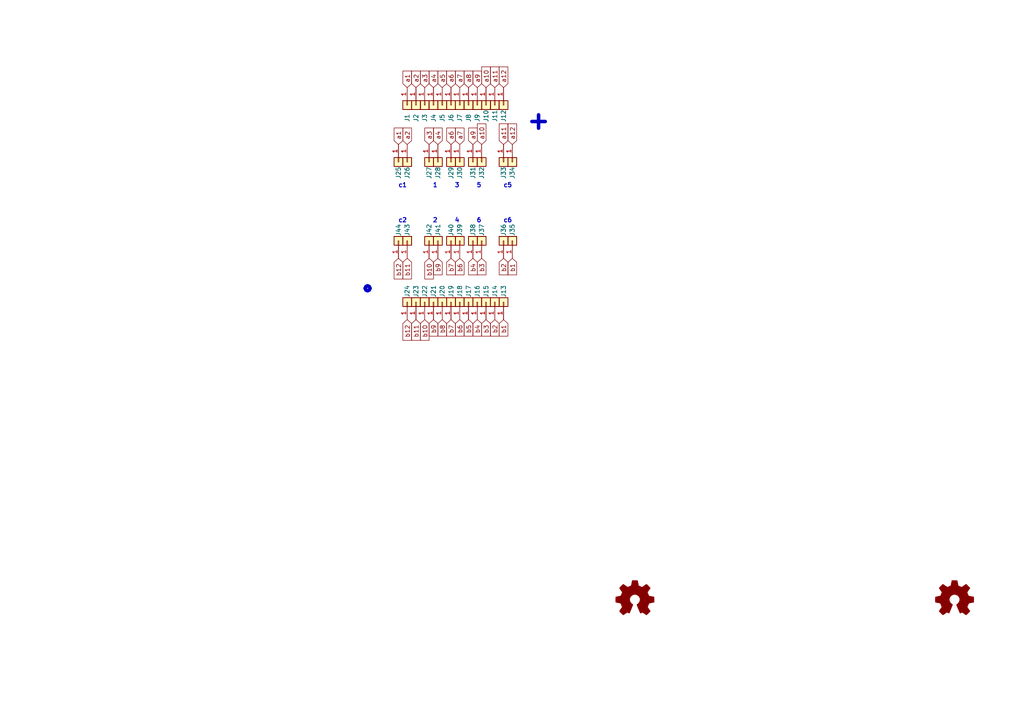
<source format=kicad_sch>
(kicad_sch (version 20210126) (generator eeschema)
  (paper "A4")
  (lib_symbols
    (symbol "Connector_Generic:Conn_01x01" (pin_names (offset 1.016) hide)
      (property "Reference" "J" (at 0 2.54 0))
      (property "Value" "Conn_01x01" (at 0 -2.54 0))
      (symbol "Conn_01x01_1_1"
        (rectangle (start -1.27 0.127) (end 0 -0.127) (stroke (width 0.1524)))
        (rectangle (start -1.27 1.27) (end 1.27 -1.27) (stroke (width 0.254)) (fill (type background)))
        (pin passive line (at -5.08 0 0) (length 3.81) (name "Pin_1") (number "1"))
      )
    )
    (symbol "Graphic:Logo_Open_Hardware_Small" (pin_names (offset 1.016))
      (symbol "Logo_Open_Hardware_Small_0_1"
        (polyline (pts (xy 3.3528 -4.3434) (xy 3.302 -4.318) (xy 3.175 -4.2418) (xy 2.9972 -4.1148) (xy 2.7686 -3.9624) (xy 2.54 -3.81) (xy 2.3622 -3.7084) (xy 2.2352 -3.6068) (xy 2.1844 -3.5814) (xy 2.159 -3.6068) (xy 2.0574 -3.6576) (xy 1.905 -3.7338) (xy 1.8034 -3.7846) (xy 1.6764 -3.8354) (xy 1.6002 -3.8354) (xy 1.6002 -3.8354) (xy 1.5494 -3.7338) (xy 1.4732 -3.5306) (xy 1.3462 -3.302) (xy 1.2446 -3.0226) (xy 1.1176 -2.7178) (xy 0.9652 -2.413) (xy 0.8636 -2.1082) (xy 0.7366 -1.8288) (xy 0.6604 -1.6256) (xy 0.6096 -1.4732) (xy 0.5842 -1.397) (xy 0.5842 -1.397) (xy 0.6604 -1.3208) (xy 0.7874 -1.2446) (xy 1.0414 -1.016) (xy 1.2954 -0.6858) (xy 1.4478 -0.3302) (xy 1.524 0.0762) (xy 1.4732 0.4572) (xy 1.3208 0.8128) (xy 1.0668 1.143) (xy 0.762 1.3716) (xy 0.4064 1.524) (xy 0 1.5748) (xy -0.381 1.5494) (xy -0.7366 1.397) (xy -1.0668 1.143) (xy -1.2192 0.9906) (xy -1.397 0.6604) (xy -1.524 0.3048) (xy -1.524 0.2286) (xy -1.4986 -0.1778) (xy -1.397 -0.5334) (xy -1.1938 -0.8636) (xy -0.9144 -1.143) (xy -0.8636 -1.1684) (xy -0.7366 -1.27) (xy -0.635 -1.3462) (xy -0.5842 -1.397) (xy -1.0668 -2.5908) (xy -1.143 -2.794) (xy -1.2954 -3.1242) (xy -1.397 -3.4036) (xy -1.4986 -3.6322) (xy -1.5748 -3.7846) (xy -1.6002 -3.8354) (xy -1.6002 -3.8354) (xy -1.651 -3.8354) (xy -1.7272 -3.81) (xy -1.905 -3.7338) (xy -2.0066 -3.683) (xy -2.1336 -3.6068) (xy -2.2098 -3.5814) (xy -2.2606 -3.6068) (xy -2.3622 -3.683) (xy -2.54 -3.81) (xy -2.7686 -3.9624) (xy -2.9718 -4.0894) (xy -3.1496 -4.2164) (xy -3.302 -4.318) (xy -3.3528 -4.3434) (xy -3.3782 -4.3434) (xy -3.429 -4.318) (xy -3.5306 -4.2164) (xy -3.7084 -4.064) (xy -3.937 -3.8354) (xy -3.9624 -3.81) (xy -4.1656 -3.6068) (xy -4.318 -3.4544) (xy -4.4196 -3.3274) (xy -4.445 -3.2766) (xy -4.445 -3.2766) (xy -4.4196 -3.2258) (xy -4.318 -3.0734) (xy -4.2164 -2.8956) (xy -4.064 -2.667) (xy -3.6576 -2.0828) (xy -3.8862 -1.5494) (xy -3.937 -1.3716) (xy -4.0386 -1.1684) (xy -4.0894 -1.0414) (xy -4.1148 -0.9652) (xy -4.191 -0.9398) (xy -4.318 -0.9144) (xy -4.5466 -0.8636) (xy -4.8006 -0.8128) (xy -5.0546 -0.7874) (xy -5.2578 -0.7366) (xy -5.4356 -0.7112) (xy -5.5118 -0.6858) (xy -5.5118 -0.6858) (xy -5.5372 -0.635) (xy -5.5372 -0.5588) (xy -5.5372 -0.4318) (xy -5.5626 -0.2286) (xy -5.5626 0.0762) (xy -5.5626 0.127) (xy -5.5372 0.4064) (xy -5.5372 0.635) (xy -5.5372 0.762) (xy -5.5372 0.8382) (xy -5.5372 0.8382) (xy -5.461 0.8382) (xy -5.3086 0.889) (xy -5.08 0.9144) (xy -4.826 0.9652) (xy -4.8006 0.9906) (xy -4.5466 1.0414) (xy -4.318 1.0668) (xy -4.1656 1.1176) (xy -4.0894 1.143) (xy -4.0894 1.143) (xy -4.0386 1.2446) (xy -3.9624 1.4224) (xy -3.8608 1.6256) (xy -3.7846 1.8288) (xy -3.7084 2.0066) (xy -3.6576 2.159) (xy -3.6322 2.2098) (xy -3.6322 2.2098) (xy -3.683 2.286) (xy -3.7592 2.413) (xy -3.8862 2.5908) (xy -4.064 2.8194) (xy -4.064 2.8448) (xy -4.2164 3.0734) (xy -4.3434 3.2512) (xy -4.4196 3.3782) (xy -4.445 3.4544) (xy -4.445 3.4544) (xy -4.3942 3.5052) (xy -4.2926 3.6322) (xy -4.1148 3.81) (xy -3.937 4.0132) (xy -3.8608 4.064) (xy -3.6576 4.2926) (xy -3.5052 4.4196) (xy -3.4036 4.4958) (xy -3.3528 4.5212) (xy -3.3528 4.5212) (xy -3.302 4.4704) (xy -3.1496 4.3688) (xy -2.9718 4.2418) (xy -2.7432 4.0894) (xy -2.7178 4.0894) (xy -2.4892 3.937) (xy -2.3114 3.81) (xy -2.1844 3.7084) (xy -2.1336 3.683) (xy -2.1082 3.683) (xy -2.032 3.7084) (xy -1.8542 3.7592) (xy -1.6764 3.8354) (xy -1.4732 3.937) (xy -1.27 4.0132) (xy -1.143 4.064) (xy -1.0668 4.1148) (xy -1.0668 4.1148) (xy -1.0414 4.191) (xy -1.016 4.3434) (xy -0.9652 4.572) (xy -0.9144 4.8514) (xy -0.889 4.9022) (xy -0.8382 5.1562) (xy -0.8128 5.3848) (xy -0.7874 5.5372) (xy -0.762 5.588) (xy -0.7112 5.6134) (xy -0.5842 5.6134) (xy -0.4064 5.6134) (xy -0.1524 5.6134) (xy 0.0762 5.6134) (xy 0.3302 5.6134) (xy 0.5334 5.6134) (xy 0.6858 5.588) (xy 0.7366 5.588) (xy 0.7366 5.588) (xy 0.762 5.5118) (xy 0.8128 5.334) (xy 0.8382 5.1054) (xy 0.9144 4.826) (xy 0.9144 4.7752) (xy 0.9652 4.5212) (xy 1.016 4.2926) (xy 1.0414 4.1402) (xy 1.0668 4.0894) (xy 1.0668 4.0894) (xy 1.1938 4.0386) (xy 1.3716 3.9624) (xy 1.5748 3.8608) (xy 2.0828 3.6576) (xy 2.7178 4.0894) (xy 2.7686 4.1402) (xy 2.9972 4.2926) (xy 3.175 4.4196) (xy 3.302 4.4958) (xy 3.3782 4.5212) (xy 3.3782 4.5212) (xy 3.429 4.4704) (xy 3.556 4.3434) (xy 3.7338 4.191) (xy 3.9116 3.9878) (xy 4.064 3.8354) (xy 4.2418 3.6576) (xy 4.3434 3.556) (xy 4.4196 3.4798) (xy 4.4196 3.429) (xy 4.4196 3.4036) (xy 4.3942 3.3274) (xy 4.2926 3.2004) (xy 4.1656 2.9972) (xy 4.0132 2.794) (xy 3.8862 2.5908) (xy 3.7592 2.3876) (xy 3.6576 2.2352) (xy 3.6322 2.159) (xy 3.6322 2.1336) (xy 3.683 2.0066) (xy 3.7592 1.8288) (xy 3.8608 1.6002) (xy 4.064 1.1176) (xy 4.3942 1.0414) (xy 4.5974 1.016) (xy 4.8768 0.9652) (xy 5.1308 0.9144) (xy 5.5372 0.8382) (xy 5.5626 -0.6604) (xy 5.4864 -0.6858) (xy 5.4356 -0.6858) (xy 5.2832 -0.7366) (xy 5.0546 -0.762) (xy 4.8006 -0.8128) (xy 4.5974 -0.8636) (xy 4.3688 -0.9144) (xy 4.2164 -0.9398) (xy 4.1402 -0.9398) (xy 4.1148 -0.9652) (xy 4.064 -1.0668) (xy 3.9878 -1.2446) (xy 3.9116 -1.4478) (xy 3.81 -1.651) (xy 3.7338 -1.8542) (xy 3.683 -2.0066) (xy 3.6576 -2.0828) (xy 3.683 -2.1336) (xy 3.7846 -2.2606) (xy 3.8862 -2.4638) (xy 4.0386 -2.667) (xy 4.191 -2.8956) (xy 4.318 -3.0734) (xy 4.3942 -3.2004) (xy 4.445 -3.2766) (xy 4.4196 -3.3274) (xy 4.3434 -3.429) (xy 4.1656 -3.5814) (xy 3.937 -3.8354) (xy 3.8862 -3.8608) (xy 3.683 -4.064) (xy 3.5306 -4.2164) (xy 3.4036 -4.318) (xy 3.3528 -4.3434)) (fill (type outline)))
      )
    )
  )
  (text "°" (at 109.22 88.9 180) (effects (font (size 5.08 5.08) (thickness 1.016) bold) (justify right bottom)))
  (text "c1" (at 118.11 54.61 180) (effects (font (size 1.27 1.27) (thickness 0.254) bold) (justify right bottom)))
  (text "c2" (at 118.11 64.77 180) (effects (font (size 1.27 1.27) (thickness 0.254) bold) (justify right bottom)))
  (text "1" (at 127 54.61 180) (effects (font (size 1.27 1.27) (thickness 0.254) bold) (justify right bottom)))
  (text "2" (at 127 64.77 180) (effects (font (size 1.27 1.27) (thickness 0.254) bold) (justify right bottom)))
  (text "3" (at 133.35 54.61 180) (effects (font (size 1.27 1.27) (thickness 0.254) bold) (justify right bottom)))
  (text "4" (at 133.35 64.77 180) (effects (font (size 1.27 1.27) (thickness 0.254) bold) (justify right bottom)))
  (text "5" (at 139.7 54.61 180) (effects (font (size 1.27 1.27) (thickness 0.254) bold) (justify right bottom)))
  (text "6" (at 139.7 64.77 180) (effects (font (size 1.27 1.27) (thickness 0.254) bold) (justify right bottom)))
  (text "c5" (at 148.59 54.61 180) (effects (font (size 1.27 1.27) (thickness 0.254) bold) (justify right bottom)))
  (text "c6" (at 148.59 64.77 180) (effects (font (size 1.27 1.27) (thickness 0.254) bold) (justify right bottom)))
  (text "+" (at 160.02 38.1 180) (effects (font (size 5.08 5.08) (thickness 1.016) bold) (justify right bottom)))
  (global_label "a1" (shape input) (at 115.57 41.91 90) (property "Intersheet References" "${INTERSHEET_REFS}" (effects hide)))
  (global_label "b12" (shape input) (at 115.57 74.93 270) (property "Intersheet References" "${INTERSHEET_REFS}" (effects hide)))
  (global_label "a1" (shape input) (at 118.11 25.4 90) (property "Intersheet References" "${INTERSHEET_REFS}" (effects hide)))
  (global_label "a2" (shape input) (at 118.11 41.91 90) (property "Intersheet References" "${INTERSHEET_REFS}" (effects hide)))
  (global_label "b11" (shape input) (at 118.11 74.93 270) (property "Intersheet References" "${INTERSHEET_REFS}" (effects hide)))
  (global_label "b12" (shape input) (at 118.11 92.71 270) (property "Intersheet References" "${INTERSHEET_REFS}" (effects hide)))
  (global_label "a2" (shape input) (at 120.65 25.4 90) (property "Intersheet References" "${INTERSHEET_REFS}" (effects hide)))
  (global_label "b11" (shape input) (at 120.65 92.71 270) (property "Intersheet References" "${INTERSHEET_REFS}" (effects hide)))
  (global_label "a3" (shape input) (at 123.19 25.4 90) (property "Intersheet References" "${INTERSHEET_REFS}" (effects hide)))
  (global_label "b10" (shape input) (at 123.19 92.71 270) (property "Intersheet References" "${INTERSHEET_REFS}" (effects hide)))
  (global_label "a3" (shape input) (at 124.46 41.91 90) (property "Intersheet References" "${INTERSHEET_REFS}" (effects hide)))
  (global_label "b10" (shape input) (at 124.46 74.93 270) (property "Intersheet References" "${INTERSHEET_REFS}" (effects hide)))
  (global_label "a4" (shape input) (at 125.73 25.4 90) (property "Intersheet References" "${INTERSHEET_REFS}" (effects hide)))
  (global_label "b9" (shape input) (at 125.73 92.71 270) (property "Intersheet References" "${INTERSHEET_REFS}" (effects hide)))
  (global_label "a4" (shape input) (at 127 41.91 90) (property "Intersheet References" "${INTERSHEET_REFS}" (effects hide)))
  (global_label "b9" (shape input) (at 127 74.93 270) (property "Intersheet References" "${INTERSHEET_REFS}" (effects hide)))
  (global_label "a5" (shape input) (at 128.27 25.4 90) (property "Intersheet References" "${INTERSHEET_REFS}" (effects hide)))
  (global_label "b8" (shape input) (at 128.27 92.71 270) (property "Intersheet References" "${INTERSHEET_REFS}" (effects hide)))
  (global_label "a6" (shape input) (at 130.81 25.4 90) (property "Intersheet References" "${INTERSHEET_REFS}" (effects hide)))
  (global_label "a6" (shape input) (at 130.81 41.91 90) (property "Intersheet References" "${INTERSHEET_REFS}" (effects hide)))
  (global_label "b7" (shape input) (at 130.81 74.93 270) (property "Intersheet References" "${INTERSHEET_REFS}" (effects hide)))
  (global_label "b7" (shape input) (at 130.81 92.71 270) (property "Intersheet References" "${INTERSHEET_REFS}" (effects hide)))
  (global_label "a7" (shape input) (at 133.35 25.4 90) (property "Intersheet References" "${INTERSHEET_REFS}" (effects hide)))
  (global_label "a7" (shape input) (at 133.35 41.91 90) (property "Intersheet References" "${INTERSHEET_REFS}" (effects hide)))
  (global_label "b6" (shape input) (at 133.35 74.93 270) (property "Intersheet References" "${INTERSHEET_REFS}" (effects hide)))
  (global_label "b6" (shape input) (at 133.35 92.71 270) (property "Intersheet References" "${INTERSHEET_REFS}" (effects hide)))
  (global_label "a8" (shape input) (at 135.89 25.4 90) (property "Intersheet References" "${INTERSHEET_REFS}" (effects hide)))
  (global_label "b5" (shape input) (at 135.89 92.71 270) (property "Intersheet References" "${INTERSHEET_REFS}" (effects hide)))
  (global_label "a9" (shape input) (at 137.16 41.91 90) (property "Intersheet References" "${INTERSHEET_REFS}" (effects hide)))
  (global_label "b4" (shape input) (at 137.16 74.93 270) (property "Intersheet References" "${INTERSHEET_REFS}" (effects hide)))
  (global_label "a9" (shape input) (at 138.43 25.4 90) (property "Intersheet References" "${INTERSHEET_REFS}" (effects hide)))
  (global_label "b4" (shape input) (at 138.43 92.71 270) (property "Intersheet References" "${INTERSHEET_REFS}" (effects hide)))
  (global_label "a10" (shape input) (at 139.7 41.91 90) (property "Intersheet References" "${INTERSHEET_REFS}" (effects hide)))
  (global_label "b3" (shape input) (at 139.7 74.93 270) (property "Intersheet References" "${INTERSHEET_REFS}" (effects hide)))
  (global_label "a10" (shape input) (at 140.97 25.4 90) (property "Intersheet References" "${INTERSHEET_REFS}" (effects hide)))
  (global_label "b3" (shape input) (at 140.97 92.71 270) (property "Intersheet References" "${INTERSHEET_REFS}" (effects hide)))
  (global_label "a11" (shape input) (at 143.51 25.4 90) (property "Intersheet References" "${INTERSHEET_REFS}" (effects hide)))
  (global_label "b2" (shape input) (at 143.51 92.71 270) (property "Intersheet References" "${INTERSHEET_REFS}" (effects hide)))
  (global_label "a12" (shape input) (at 146.05 25.4 90) (property "Intersheet References" "${INTERSHEET_REFS}" (effects hide)))
  (global_label "a11" (shape input) (at 146.05 41.91 90) (property "Intersheet References" "${INTERSHEET_REFS}" (effects hide)))
  (global_label "b2" (shape input) (at 146.05 74.93 270) (property "Intersheet References" "${INTERSHEET_REFS}" (effects hide)))
  (global_label "b1" (shape input) (at 146.05 92.71 270) (property "Intersheet References" "${INTERSHEET_REFS}" (effects hide)))
  (global_label "a12" (shape input) (at 148.59 41.91 90) (property "Intersheet References" "${INTERSHEET_REFS}" (effects hide)))
  (global_label "b1" (shape input) (at 148.59 74.93 270) (property "Intersheet References" "${INTERSHEET_REFS}" (effects hide)))
  (symbol (lib_id "Connector_Generic:Conn_01x01") (at 115.57 46.99 90) (mirror x) (unit 1)
    (property "Reference" "J25" (at 115.57 51.9431 0) (effects (justify right)))
    (property "Value" "Conn_01x01" (effects hide))
    (property "Footprint" "custom_footprints:0921" (effects hide))
  )
  (symbol (lib_id "Connector_Generic:Conn_01x01") (at 115.57 69.85 270) (mirror x) (unit 1)
    (property "Reference" "J44" (at 115.57 64.8969 0) (effects (justify right)))
    (property "Value" "Conn_01x01" (effects hide))
    (property "Footprint" "custom_footprints:0921" (effects hide))
  )
  (symbol (lib_id "Connector_Generic:Conn_01x01") (at 118.11 30.48 90) (mirror x) (unit 1)
    (property "Reference" "J1" (at 118.11 35.4331 0) (effects (justify right)))
    (property "Value" "Conn_01x01" (effects hide))
    (property "Footprint" "custom_footprints:5342" (effects hide))
  )
  (symbol (lib_id "Connector_Generic:Conn_01x01") (at 118.11 46.99 90) (mirror x) (unit 1)
    (property "Reference" "J26" (at 118.11 51.9431 0) (effects (justify right)))
    (property "Value" "Conn_01x01" (effects hide))
    (property "Footprint" "custom_footprints:0921" (effects hide))
  )
  (symbol (lib_id "Connector_Generic:Conn_01x01") (at 118.11 69.85 270) (mirror x) (unit 1)
    (property "Reference" "J43" (at 118.11 64.8969 0) (effects (justify right)))
    (property "Value" "Conn_01x01" (effects hide))
    (property "Footprint" "custom_footprints:0921" (effects hide))
  )
  (symbol (lib_id "Connector_Generic:Conn_01x01") (at 118.11 87.63 270) (mirror x) (unit 1)
    (property "Reference" "J24" (at 118.11 82.6769 0) (effects (justify right)))
    (property "Value" "Conn_01x01" (effects hide))
    (property "Footprint" "custom_footprints:5342" (effects hide))
  )
  (symbol (lib_id "Connector_Generic:Conn_01x01") (at 120.65 30.48 90) (mirror x) (unit 1)
    (property "Reference" "J2" (at 120.65 35.4331 0) (effects (justify right)))
    (property "Value" "Conn_01x01" (effects hide))
    (property "Footprint" "custom_footprints:5342" (effects hide))
  )
  (symbol (lib_id "Connector_Generic:Conn_01x01") (at 120.65 87.63 270) (mirror x) (unit 1)
    (property "Reference" "J23" (at 120.65 82.6769 0) (effects (justify right)))
    (property "Value" "Conn_01x01" (effects hide))
    (property "Footprint" "custom_footprints:5342" (effects hide))
  )
  (symbol (lib_id "Connector_Generic:Conn_01x01") (at 123.19 30.48 90) (mirror x) (unit 1)
    (property "Reference" "J3" (at 123.19 35.4331 0) (effects (justify right)))
    (property "Value" "Conn_01x01" (effects hide))
    (property "Footprint" "custom_footprints:5342" (effects hide))
  )
  (symbol (lib_id "Connector_Generic:Conn_01x01") (at 123.19 87.63 270) (mirror x) (unit 1)
    (property "Reference" "J22" (at 123.19 82.6769 0) (effects (justify right)))
    (property "Value" "Conn_01x01" (effects hide))
    (property "Footprint" "custom_footprints:5342" (effects hide))
  )
  (symbol (lib_id "Connector_Generic:Conn_01x01") (at 124.46 46.99 90) (mirror x) (unit 1)
    (property "Reference" "J27" (at 124.46 51.9431 0) (effects (justify right)))
    (property "Value" "Conn_01x01" (effects hide))
    (property "Footprint" "custom_footprints:0921" (effects hide))
  )
  (symbol (lib_id "Connector_Generic:Conn_01x01") (at 124.46 69.85 270) (mirror x) (unit 1)
    (property "Reference" "J42" (at 124.46 64.8969 0) (effects (justify right)))
    (property "Value" "Conn_01x01" (effects hide))
    (property "Footprint" "custom_footprints:0921" (effects hide))
  )
  (symbol (lib_id "Connector_Generic:Conn_01x01") (at 125.73 30.48 90) (mirror x) (unit 1)
    (property "Reference" "J4" (at 125.73 35.4331 0) (effects (justify right)))
    (property "Value" "Conn_01x01" (effects hide))
    (property "Footprint" "custom_footprints:5342" (effects hide))
  )
  (symbol (lib_id "Connector_Generic:Conn_01x01") (at 125.73 87.63 270) (mirror x) (unit 1)
    (property "Reference" "J21" (at 125.73 82.6769 0) (effects (justify right)))
    (property "Value" "Conn_01x01" (effects hide))
    (property "Footprint" "custom_footprints:5342" (effects hide))
  )
  (symbol (lib_id "Connector_Generic:Conn_01x01") (at 127 46.99 90) (mirror x) (unit 1)
    (property "Reference" "J28" (at 127 51.9431 0) (effects (justify right)))
    (property "Value" "Conn_01x01" (effects hide))
    (property "Footprint" "custom_footprints:0921" (effects hide))
  )
  (symbol (lib_id "Connector_Generic:Conn_01x01") (at 127 69.85 270) (mirror x) (unit 1)
    (property "Reference" "J41" (at 127 64.8969 0) (effects (justify right)))
    (property "Value" "Conn_01x01" (effects hide))
    (property "Footprint" "custom_footprints:0921" (effects hide))
  )
  (symbol (lib_id "Connector_Generic:Conn_01x01") (at 128.27 30.48 90) (mirror x) (unit 1)
    (property "Reference" "J5" (at 128.27 35.4331 0) (effects (justify right)))
    (property "Value" "Conn_01x01" (effects hide))
    (property "Footprint" "custom_footprints:5342" (effects hide))
  )
  (symbol (lib_id "Connector_Generic:Conn_01x01") (at 128.27 87.63 270) (mirror x) (unit 1)
    (property "Reference" "J20" (at 128.27 82.6769 0) (effects (justify right)))
    (property "Value" "Conn_01x01" (effects hide))
    (property "Footprint" "custom_footprints:5342" (effects hide))
  )
  (symbol (lib_id "Connector_Generic:Conn_01x01") (at 130.81 30.48 90) (mirror x) (unit 1)
    (property "Reference" "J6" (at 130.81 35.4331 0) (effects (justify right)))
    (property "Value" "Conn_01x01" (effects hide))
    (property "Footprint" "custom_footprints:5342" (effects hide))
  )
  (symbol (lib_id "Connector_Generic:Conn_01x01") (at 130.81 46.99 90) (mirror x) (unit 1)
    (property "Reference" "J29" (at 130.81 51.9431 0) (effects (justify right)))
    (property "Value" "Conn_01x01" (effects hide))
    (property "Footprint" "custom_footprints:0921" (effects hide))
  )
  (symbol (lib_id "Connector_Generic:Conn_01x01") (at 130.81 69.85 270) (mirror x) (unit 1)
    (property "Reference" "J40" (at 130.81 64.8969 0) (effects (justify right)))
    (property "Value" "Conn_01x01" (effects hide))
    (property "Footprint" "custom_footprints:0921" (effects hide))
  )
  (symbol (lib_id "Connector_Generic:Conn_01x01") (at 130.81 87.63 270) (mirror x) (unit 1)
    (property "Reference" "J19" (at 130.81 82.6769 0) (effects (justify right)))
    (property "Value" "Conn_01x01" (effects hide))
    (property "Footprint" "custom_footprints:5342" (effects hide))
  )
  (symbol (lib_id "Connector_Generic:Conn_01x01") (at 133.35 30.48 90) (mirror x) (unit 1)
    (property "Reference" "J7" (at 133.35 35.4331 0) (effects (justify right)))
    (property "Value" "Conn_01x01" (effects hide))
    (property "Footprint" "custom_footprints:5342" (effects hide))
  )
  (symbol (lib_id "Connector_Generic:Conn_01x01") (at 133.35 46.99 90) (mirror x) (unit 1)
    (property "Reference" "J30" (at 133.35 51.9431 0) (effects (justify right)))
    (property "Value" "Conn_01x01" (effects hide))
    (property "Footprint" "custom_footprints:0921" (effects hide))
  )
  (symbol (lib_id "Connector_Generic:Conn_01x01") (at 133.35 69.85 270) (mirror x) (unit 1)
    (property "Reference" "J39" (at 133.35 64.8969 0) (effects (justify right)))
    (property "Value" "Conn_01x01" (effects hide))
    (property "Footprint" "custom_footprints:0921" (effects hide))
  )
  (symbol (lib_id "Connector_Generic:Conn_01x01") (at 133.35 87.63 270) (mirror x) (unit 1)
    (property "Reference" "J18" (at 133.35 82.6769 0) (effects (justify right)))
    (property "Value" "Conn_01x01" (effects hide))
    (property "Footprint" "custom_footprints:5342" (effects hide))
  )
  (symbol (lib_id "Connector_Generic:Conn_01x01") (at 135.89 30.48 90) (mirror x) (unit 1)
    (property "Reference" "J8" (at 135.89 35.4331 0) (effects (justify right)))
    (property "Value" "Conn_01x01" (effects hide))
    (property "Footprint" "custom_footprints:5342" (effects hide))
  )
  (symbol (lib_id "Connector_Generic:Conn_01x01") (at 135.89 87.63 270) (mirror x) (unit 1)
    (property "Reference" "J17" (at 135.89 82.6769 0) (effects (justify right)))
    (property "Value" "Conn_01x01" (effects hide))
    (property "Footprint" "custom_footprints:5342" (effects hide))
  )
  (symbol (lib_id "Connector_Generic:Conn_01x01") (at 137.16 46.99 90) (mirror x) (unit 1)
    (property "Reference" "J31" (at 137.16 51.9431 0) (effects (justify right)))
    (property "Value" "Conn_01x01" (effects hide))
    (property "Footprint" "custom_footprints:0921" (effects hide))
  )
  (symbol (lib_id "Connector_Generic:Conn_01x01") (at 137.16 69.85 270) (mirror x) (unit 1)
    (property "Reference" "J38" (at 137.16 64.8969 0) (effects (justify right)))
    (property "Value" "Conn_01x01" (effects hide))
    (property "Footprint" "custom_footprints:0921" (effects hide))
  )
  (symbol (lib_id "Connector_Generic:Conn_01x01") (at 138.43 30.48 90) (mirror x) (unit 1)
    (property "Reference" "J9" (at 138.43 35.4331 0) (effects (justify right)))
    (property "Value" "Conn_01x01" (effects hide))
    (property "Footprint" "custom_footprints:5342" (effects hide))
  )
  (symbol (lib_id "Connector_Generic:Conn_01x01") (at 138.43 87.63 270) (mirror x) (unit 1)
    (property "Reference" "J16" (at 138.43 82.6769 0) (effects (justify right)))
    (property "Value" "Conn_01x01" (effects hide))
    (property "Footprint" "custom_footprints:5342" (effects hide))
  )
  (symbol (lib_id "Connector_Generic:Conn_01x01") (at 139.7 46.99 90) (mirror x) (unit 1)
    (property "Reference" "J32" (at 139.7 51.9431 0) (effects (justify right)))
    (property "Value" "Conn_01x01" (effects hide))
    (property "Footprint" "custom_footprints:0921" (effects hide))
  )
  (symbol (lib_id "Connector_Generic:Conn_01x01") (at 139.7 69.85 270) (mirror x) (unit 1)
    (property "Reference" "J37" (at 139.7 64.8969 0) (effects (justify right)))
    (property "Value" "Conn_01x01" (effects hide))
    (property "Footprint" "custom_footprints:0921" (effects hide))
  )
  (symbol (lib_id "Connector_Generic:Conn_01x01") (at 140.97 30.48 90) (mirror x) (unit 1)
    (property "Reference" "J10" (at 140.97 35.4331 0) (effects (justify right)))
    (property "Value" "Conn_01x01" (effects hide))
    (property "Footprint" "custom_footprints:5342" (effects hide))
  )
  (symbol (lib_id "Connector_Generic:Conn_01x01") (at 140.97 87.63 270) (mirror x) (unit 1)
    (property "Reference" "J15" (at 140.97 82.6769 0) (effects (justify right)))
    (property "Value" "Conn_01x01" (effects hide))
    (property "Footprint" "custom_footprints:5342" (effects hide))
  )
  (symbol (lib_id "Connector_Generic:Conn_01x01") (at 143.51 30.48 90) (mirror x) (unit 1)
    (property "Reference" "J11" (at 143.51 35.4331 0) (effects (justify right)))
    (property "Value" "Conn_01x01" (effects hide))
    (property "Footprint" "custom_footprints:5342" (effects hide))
  )
  (symbol (lib_id "Connector_Generic:Conn_01x01") (at 143.51 87.63 270) (mirror x) (unit 1)
    (property "Reference" "J14" (at 143.51 82.6769 0) (effects (justify right)))
    (property "Value" "Conn_01x01" (effects hide))
    (property "Footprint" "custom_footprints:5342" (effects hide))
  )
  (symbol (lib_id "Connector_Generic:Conn_01x01") (at 146.05 30.48 90) (mirror x) (unit 1)
    (property "Reference" "J12" (at 146.05 35.4331 0) (effects (justify right)))
    (property "Value" "Conn_01x01" (effects hide))
    (property "Footprint" "custom_footprints:5342" (effects hide))
  )
  (symbol (lib_id "Connector_Generic:Conn_01x01") (at 146.05 46.99 90) (mirror x) (unit 1)
    (property "Reference" "J33" (at 146.05 51.9431 0) (effects (justify right)))
    (property "Value" "Conn_01x01" (effects hide))
    (property "Footprint" "custom_footprints:0921" (effects hide))
  )
  (symbol (lib_id "Connector_Generic:Conn_01x01") (at 146.05 69.85 270) (mirror x) (unit 1)
    (property "Reference" "J36" (at 146.05 64.8969 0) (effects (justify right)))
    (property "Value" "Conn_01x01" (effects hide))
    (property "Footprint" "custom_footprints:0921" (effects hide))
  )
  (symbol (lib_id "Connector_Generic:Conn_01x01") (at 146.05 87.63 270) (mirror x) (unit 1)
    (property "Reference" "J13" (at 146.05 82.6769 0) (effects (justify right)))
    (property "Value" "Conn_01x01" (effects hide))
    (property "Footprint" "custom_footprints:5342" (effects hide))
  )
  (symbol (lib_id "Connector_Generic:Conn_01x01") (at 148.59 46.99 90) (mirror x) (unit 1)
    (property "Reference" "J34" (at 148.59 51.9431 0) (effects (justify right)))
    (property "Value" "Conn_01x01" (effects hide))
    (property "Footprint" "custom_footprints:0921" (effects hide))
  )
  (symbol (lib_id "Connector_Generic:Conn_01x01") (at 148.59 69.85 270) (mirror x) (unit 1)
    (property "Reference" "J35" (at 148.59 64.8969 0) (effects (justify right)))
    (property "Value" "Conn_01x01" (effects hide))
    (property "Footprint" "custom_footprints:0921" (effects hide))
  )
  (symbol (lib_id "Graphic:Logo_Open_Hardware_Small") (at 184.15 173.99 0) (unit 1)
    (property "Reference" "LOGO1" (effects hide))
    (property "Value" "Logo_Open_Hardware_Small" (effects hide))
    (property "Footprint" "custom_footprints:logo_small" (effects hide))
  )
  (symbol (lib_id "Graphic:Logo_Open_Hardware_Small") (at 276.86 173.99 0) (unit 1)
    (property "Reference" "LOGO2" (effects hide))
    (property "Value" "Logo_Open_Hardware_Small" (effects hide))
    (property "Footprint" "custom_footprints:logo_small" (effects hide))
  )
)
</source>
